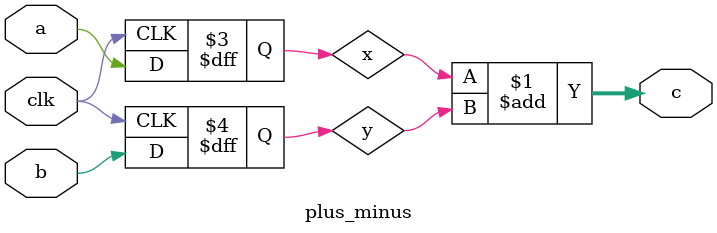
<source format=v>
module plus_minus(input clk,input a, input b, output  [1:0] c);
reg x;
reg y;
assign c=x+y;
always @(posedge clk)
begin 
x<=a;
y<=b;
end
endmodule

</source>
